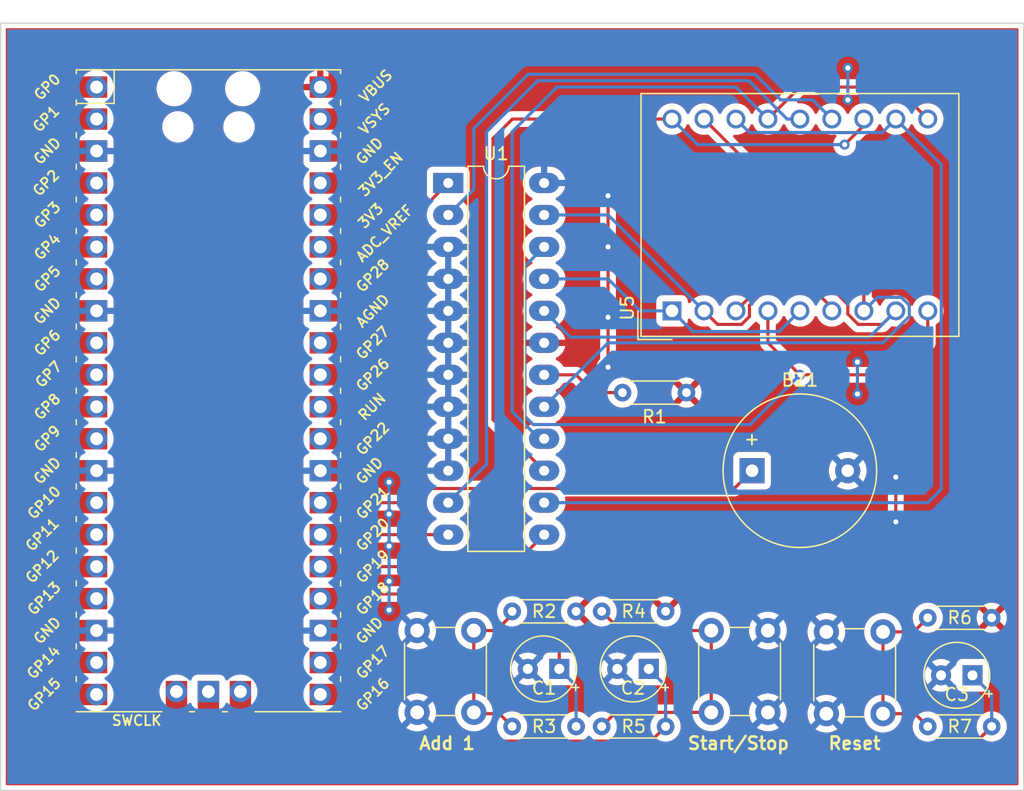
<source format=kicad_pcb>
(kicad_pcb (version 20221018) (generator pcbnew)
  (layers (0 "F.Cu" signal) (31 "B.Cu" signal) (34 "B.Paste" user) (35 "F.Paste" user) (36 "B.SilkS" user "B.Silkscreen") (37 "F.SilkS" user "F.Silkscreen") (38 "B.Mask" user) (39 "F.Mask" user) (44 "Edge.Cuts" user))
  (net 0 "")
  (net 1 "Net-(U1-SEG_E)")
  (net 2 "Net-(U1-SEG_D)")
  (net 3 "Net-(U1-SEG_C)")
  (net 4 "Net-(U1-SEG_DP)")
  (net 5 "Net-(U1-SEG_G)")
  (net 6 "Net-(U1-SEG_B)")
  (net 7 "Net-(U1-SEG_A)")
  (net 8 "Net-(U1-SEG_F)")
  (net 9 "Net-(U1-DIG_1)")
  (net 10 "Net-(U1-DIG_0)")
  (net 13 "GNDREF")
  (net 28 "+5V")
  (net 32 "Net-(U1-ISET)")
  (net 33 "Net-(BZ1--)")
  (net 34 "Add")
  (net 35 "Net-(R4-Pad2)")
  (net 36 "Start{slash}Stop")
  (net 37 "Net-(R6-Pad2)")
  (net 38 "Reset")
  (net 39 "Net-(Add1-Pad2)")
  (net 40 "D_In")
  (net 41 "Load")
  (net 42 "Clock")
  (net 50 "unconnected-(U3-GPIO28_ADC2-Pad34)")
  (footprint "Resistor_THT:R_Axial_DIN0204_L3.6mm_D1.6mm_P5.08mm_Horizontal" (layer "F.Cu") (at 160.398495 116.695 180)
    (fp_text reference "R4" (at 2.54 0) (layer "F.SilkS"))
    (fp_text value "100K")
    (fp_line (start 0.62 -0.92) (end 4.46 -0.92) (stroke (width 0.12)) (layer "F.SilkS"))
    (fp_line (start 0.62 0.92) (end 4.46 0.92) (stroke (width 0.12)) (layer "F.SilkS"))
    (pad "1" thru_hole circle (at 0 0 180) (size 1.4 1.4) (drill 0.7) (layers "*.Cu" "*.Mask") (net 28 "+5V"))
    (pad "2" thru_hole oval (at 5.08 0 180) (size 1.4 1.4) (drill 0.7) (layers "*.Cu" "*.Mask") (net 35 "Net-(R4-Pad2)"))
  )
  (footprint "Resistor_THT:R_Axial_DIN0204_L3.6mm_D1.6mm_P5.08mm_Horizontal" (layer "F.Cu") (at 153.286495 116.695 180)
    (fp_text reference "R2" (at 2.54 0) (layer "F.SilkS"))
    (fp_text value "100K")
    (fp_line (start 0.62 -0.92) (end 4.46 -0.92) (stroke (width 0.12)) (layer "F.SilkS"))
    (fp_line (start 0.62 0.92) (end 4.46 0.92) (stroke (width 0.12)) (layer "F.SilkS"))
    (pad "1" thru_hole circle (at 0 0 180) (size 1.4 1.4) (drill 0.7) (layers "*.Cu" "*.Mask") (net 28 "+5V"))
    (pad "2" thru_hole oval (at 5.08 0 180) (size 1.4 1.4) (drill 0.7) (layers "*.Cu" "*.Mask") (net 39 "Net-(Add1-Pad2)"))
  )
  (footprint "Resistor_THT:R_Axial_DIN0204_L3.6mm_D1.6mm_P5.08mm_Horizontal" (layer "F.Cu") (at 155.318495 125.839)
    (fp_text reference "R5" (at 2.54 0) (layer "F.SilkS"))
    (fp_text value "22K")
    (fp_line (start 0.62 -0.92) (end 4.46 -0.92) (stroke (width 0.12)) (layer "F.SilkS"))
    (fp_line (start 0.62 0.92) (end 4.46 0.92) (stroke (width 0.12)) (layer "F.SilkS"))
    (pad "1" thru_hole circle (at 0 0) (size 1.4 1.4) (drill 0.7) (layers "*.Cu" "*.Mask") (net 35 "Net-(R4-Pad2)"))
    (pad "2" thru_hole oval (at 5.08 0) (size 1.4 1.4) (drill 0.7) (layers "*.Cu" "*.Mask") (net 36 "Start{slash}Stop"))
  )
  (footprint "Resistor_THT:R_Axial_DIN0204_L3.6mm_D1.6mm_P5.08mm_Horizontal" (layer "F.Cu") (at 148.206495 125.839)
    (fp_text reference "R3" (at 2.54 0) (layer "F.SilkS"))
    (fp_text value "22K")
    (fp_line (start 0.62 -0.92) (end 4.46 -0.92) (stroke (width 0.12)) (layer "F.SilkS"))
    (fp_line (start 0.62 0.92) (end 4.46 0.92) (stroke (width 0.12)) (layer "F.SilkS"))
    (pad "1" thru_hole circle (at 0 0) (size 1.4 1.4) (drill 0.7) (layers "*.Cu" "*.Mask") (net 39 "Net-(Add1-Pad2)"))
    (pad "2" thru_hole oval (at 5.08 0) (size 1.4 1.4) (drill 0.7) (layers "*.Cu" "*.Mask") (net 34 "Add"))
  )
  (footprint "Capacitor_THT:CP_Radial_Tantal_D5.0mm_P2.50mm" (layer "F.Cu") (at 184.782495 121.775 180)
    (fp_text reference "C3" (at 1.25 -1.524) (layer "F.SilkS"))
    (fp_text value "1uf")
    (fp_line (start -1.554775 -1.475) (end -1.054775 -1.475) (stroke (width 0.12)) (layer "F.SilkS"))
    (fp_line (start -1.304775 -1.725) (end -1.304775 -1.225) (stroke (width 0.12)) (layer "F.SilkS"))
    (fp_circle (center 1.25 0) (end 3.87 0) (stroke (width 0.12)) (fill none) (layer "F.SilkS"))
    (pad "1" thru_hole rect (at 0 0 180) (size 1.6 1.6) (drill 0.8) (layers "*.Cu" "*.Mask") (net 38 "Reset"))
    (pad "2" thru_hole circle (at 2.5 0 180) (size 1.6 1.6) (drill 0.8) (layers "*.Cu" "*.Mask") (net 13 "GNDREF"))
  )
  (footprint "Capacitor_THT:CP_Radial_Tantal_D5.0mm_P2.50mm" (layer "F.Cu") (at 159.063608 121.267 180)
    (fp_text reference "C2" (at 1.25 -1.524) (layer "F.SilkS"))
    (fp_text value "1uf")
    (fp_line (start -1.554775 -1.475) (end -1.054775 -1.475) (stroke (width 0.12)) (layer "F.SilkS"))
    (fp_line (start -1.304775 -1.725) (end -1.304775 -1.225) (stroke (width 0.12)) (layer "F.SilkS"))
    (fp_circle (center 1.25 0) (end 3.87 0) (stroke (width 0.12)) (fill none) (layer "F.SilkS"))
    (pad "1" thru_hole rect (at 0 0 180) (size 1.6 1.6) (drill 0.8) (layers "*.Cu" "*.Mask") (net 36 "Start{slash}Stop"))
    (pad "2" thru_hole circle (at 2.5 0 180) (size 1.6 1.6) (drill 0.8) (layers "*.Cu" "*.Mask") (net 13 "GNDREF"))
  )
  (footprint "Display_7Segment:DA56-11SURKWA" (layer "F.Cu") (at 160.906495 92.819 90)
    (fp_text reference "U5" (at 0.23 -3.55 90) (layer "F.SilkS"))
    (fp_text value "DC56-11EWA")
    (fp_line (start -2.28 -2.71) (end -2.28 0) (stroke (width 0.12)) (layer "F.SilkS"))
    (fp_line (start -2.28 -2.71) (end 0 -2.71) (stroke (width 0.12)) (layer "F.SilkS"))
    (fp_line (start -2.025 -2.46) (end 17.265 -2.46) (stroke (width 0.12)) (layer "F.SilkS"))
    (fp_line (start -2.025 22.79) (end -2.025 -2.46) (stroke (width 0.12)) (layer "F.SilkS"))
    (fp_line (start 17.265 -2.46) (end 17.265 22.79) (stroke (width 0.12)) (layer "F.SilkS"))
    (fp_line (start 17.265 22.79) (end -2.025 22.79) (stroke (width 0.12)) (layer "F.SilkS"))
    (pad "1" thru_hole rect (at 0 0 90) (size 1.5 1.5) (drill 1) (layers "*.Cu" "*.Mask") (net 1 "Net-(U1-SEG_E)"))
    (pad "2" thru_hole circle (at 0 2.54 90) (size 1.5 1.5) (drill 1) (layers "*.Cu" "*.Mask") (net 2 "Net-(U1-SEG_D)"))
    (pad "3" thru_hole circle (at 0 5.08 90) (size 1.5 1.5) (drill 1) (layers "*.Cu" "*.Mask") (net 3 "Net-(U1-SEG_C)"))
    (pad "4" thru_hole circle (at 0 7.62 90) (size 1.5 1.5) (drill 1) (layers "*.Cu" "*.Mask") (net 4 "Net-(U1-SEG_DP)"))
    (pad "5" thru_hole circle (at 0 10.16 90) (size 1.5 1.5) (drill 1) (layers "*.Cu" "*.Mask") (net 1 "Net-(U1-SEG_E)"))
    (pad "6" thru_hole circle (at 0 12.7 90) (size 1.5 1.5) (drill 1) (layers "*.Cu" "*.Mask") (net 2 "Net-(U1-SEG_D)"))
    (pad "7" thru_hole circle (at 0 15.24 90) (size 1.5 1.5) (drill 1) (layers "*.Cu" "*.Mask") (net 5 "Net-(U1-SEG_G)"))
    (pad "8" thru_hole circle (at 0 17.78 90) (size 1.5 1.5) (drill 1) (layers "*.Cu" "*.Mask") (net 3 "Net-(U1-SEG_C)"))
    (pad "9" thru_hole circle (at 0 20.32 90) (size 1.5 1.5) (drill 1) (layers "*.Cu" "*.Mask") (net 4 "Net-(U1-SEG_DP)"))
    (pad "10" thru_hole circle (at 15.24 20.32 90) (size 1.5 1.5) (drill 1) (layers "*.Cu" "*.Mask") (net 6 "Net-(U1-SEG_B)"))
    (pad "11" thru_hole circle (at 15.24 17.78 90) (size 1.5 1.5) (drill 1) (layers "*.Cu" "*.Mask") (net 7 "Net-(U1-SEG_A)"))
    (pad "12" thru_hole circle (at 15.24 15.24 90) (size 1.5 1.5) (drill 1) (layers "*.Cu" "*.Mask") (net 8 "Net-(U1-SEG_F)"))
    (pad "13" thru_hole circle (at 15.24 12.7 90) (size 1.5 1.5) (drill 1) (layers "*.Cu" "*.Mask") (net 10 "Net-(U1-DIG_0)"))
    (pad "14" thru_hole circle (at 15.24 10.16 90) (size 1.5 1.5) (drill 1) (layers "*.Cu" "*.Mask") (net 9 "Net-(U1-DIG_1)"))
    (pad "15" thru_hole circle (at 15.24 7.62 90) (size 1.5 1.5) (drill 1) (layers "*.Cu" "*.Mask") (net 6 "Net-(U1-SEG_B)"))
    (pad "16" thru_hole circle (at 15.24 5.08 90) (size 1.5 1.5) (drill 1) (layers "*.Cu" "*.Mask") (net 7 "Net-(U1-SEG_A)"))
    (pad "17" thru_hole circle (at 15.24 2.54 90) (size 1.5 1.5) (drill 1) (layers "*.Cu" "*.Mask") (net 5 "Net-(U1-SEG_G)"))
    (pad "18" thru_hole circle (at 15.24 0 90) (size 1.5 1.5) (drill 1) (layers "*.Cu" "*.Mask") (net 8 "Net-(U1-SEG_F)"))
  )
  (footprint "Capacitor_THT:CP_Radial_Tantal_D5.0mm_P2.50mm" (layer "F.Cu") (at 151.951608 121.267 180)
    (fp_text reference "C1" (at 1.205113 -1.524) (layer "F.SilkS"))
    (fp_text value "1uf")
    (fp_line (start -1.554775 -1.475) (end -1.054775 -1.475) (stroke (width 0.12)) (layer "F.SilkS"))
    (fp_line (start -1.304775 -1.725) (end -1.304775 -1.225) (stroke (width 0.12)) (layer "F.SilkS"))
    (fp_circle (center 1.25 0) (end 3.87 0) (stroke (width 0.12)) (fill none) (layer "F.SilkS"))
    (pad "1" thru_hole rect (at 0 0 180) (size 1.6 1.6) (drill 0.8) (layers "*.Cu" "*.Mask") (net 34 "Add"))
    (pad "2" thru_hole circle (at 2.5 0 180) (size 1.6 1.6) (drill 0.8) (layers "*.Cu" "*.Mask") (net 13 "GNDREF"))
  )
  (footprint "Resistor_THT:R_Axial_DIN0204_L3.6mm_D1.6mm_P5.08mm_Horizontal" (layer "F.Cu") (at 186.306495 117.203 180)
    (fp_text reference "R6" (at 2.54 0) (layer "F.SilkS"))
    (fp_text value "100K")
    (fp_line (start 0.62 -0.92) (end 4.46 -0.92) (stroke (width 0.12)) (layer "F.SilkS"))
    (fp_line (start 0.62 0.92) (end 4.46 0.92) (stroke (width 0.12)) (layer "F.SilkS"))
    (pad "1" thru_hole circle (at 0 0 180) (size 1.4 1.4) (drill 0.7) (layers "*.Cu" "*.Mask") (net 28 "+5V"))
    (pad "2" thru_hole oval (at 5.08 0 180) (size 1.4 1.4) (drill 0.7) (layers "*.Cu" "*.Mask") (net 37 "Net-(R6-Pad2)"))
  )
  (footprint "Buzzer_Beeper:Buzzer_12x9.5RM7.6" (layer "F.Cu") (at 167.266495 105.519)
    (fp_text reference "BZ1" (at 3.8 -7.2) (layer "F.SilkS"))
    (fp_text value "Buzzer")
    (fp_text user "+" (at -0.01 -2.54) (layer "F.SilkS"))
    (fp_circle (center 3.8 0) (end 9.9 0) (stroke (width 0.12)) (fill none) (layer "F.SilkS"))
    (pad "1" thru_hole rect (at 0 0) (size 2 2) (drill 1) (layers "*.Cu" "*.Mask") (net 33 "Net-(BZ1--)"))
    (pad "2" thru_hole circle (at 7.6 0) (size 2 2) (drill 1) (layers "*.Cu" "*.Mask") (net 13 "GNDREF"))
  )
  (footprint "Button_Switch_THT:SW_PUSH_6mm_H8mm" (layer "F.Cu") (at 173.170495 124.823 90)
    (fp_text reference "Reset1" hide)
    (fp_text value "Reset" hide)
    (fp_line (start -0.25 1.5) (end -0.25 3) (stroke (width 0.12)) (layer "F.SilkS"))
    (fp_line (start 1 5.5) (end 5.5 5.5) (stroke (width 0.12)) (layer "F.SilkS"))
    (fp_line (start 5.5 -1) (end 1 -1) (stroke (width 0.12)) (layer "F.SilkS"))
    (fp_line (start 6.75 3) (end 6.75 1.5) (stroke (width 0.12)) (layer "F.SilkS"))
    (pad "1" thru_hole circle (at 0 0 180) (size 2 2) (drill 1.1) (layers "*.Cu" "*.Mask") (net 13 "GNDREF"))
    (pad "1" thru_hole circle (at 6.5 0 180) (size 2 2) (drill 1.1) (layers "*.Cu" "*.Mask") (net 13 "GNDREF"))
    (pad "2" thru_hole circle (at 0 4.5 180) (size 2 2) (drill 1.1) (layers "*.Cu" "*.Mask") (net 37 "Net-(R6-Pad2)"))
    (pad "2" thru_hole circle (at 6.5 4.5 180) (size 2 2) (drill 1.1) (layers "*.Cu" "*.Mask") (net 37 "Net-(R6-Pad2)"))
  )
  (footprint "Resistor_THT:R_Axial_DIN0204_L3.6mm_D1.6mm_P5.08mm_Horizontal" (layer "F.Cu") (at 162.052 99.314 180)
    (fp_text reference "R1" (at 2.54 -1.92) (layer "F.SilkS"))
    (fp_text value "15K")
    (fp_line (start 0.62 -0.92) (end 4.46 -0.92) (stroke (width 0.12)) (layer "F.SilkS"))
    (fp_line (start 0.62 0.92) (end 4.46 0.92) (stroke (width 0.12)) (layer "F.SilkS"))
    (pad "1" thru_hole circle (at 0 0 180) (size 1.4 1.4) (drill 0.7) (layers "*.Cu" "*.Mask") (net 28 "+5V"))
    (pad "2" thru_hole oval (at 5.08 0 180) (size 1.4 1.4) (drill 0.7) (layers "*.Cu" "*.Mask") (net 32 "Net-(U1-ISET)"))
  )
  (footprint "Button_Switch_THT:SW_PUSH_6mm_H8mm" (layer "F.Cu") (at 140.658495 124.719 90)
    (fp_text reference "Add1" hide)
    (fp_text value "Add" hide)
    (fp_line (start -0.25 1.5) (end -0.25 3) (stroke (width 0.12)) (layer "F.SilkS"))
    (fp_line (start 1 5.5) (end 5.5 5.5) (stroke (width 0.12)) (layer "F.SilkS"))
    (fp_line (start 5.5 -1) (end 1 -1) (stroke (width 0.12)) (layer "F.SilkS"))
    (fp_line (start 6.75 3) (end 6.75 1.5) (stroke (width 0.12)) (layer "F.SilkS"))
    (pad "1" thru_hole circle (at 0 0 180) (size 2 2) (drill 1.1) (layers "*.Cu" "*.Mask") (net 13 "GNDREF"))
    (pad "1" thru_hole circle (at 6.5 0 180) (size 2 2) (drill 1.1) (layers "*.Cu" "*.Mask") (net 13 "GNDREF"))
    (pad "2" thru_hole circle (at 0 4.5 180) (size 2 2) (drill 1.1) (layers "*.Cu" "*.Mask") (net 39 "Net-(Add1-Pad2)"))
    (pad "2" thru_hole circle (at 6.5 4.5 180) (size 2 2) (drill 1.1) (layers "*.Cu" "*.Mask") (net 39 "Net-(Add1-Pad2)"))
  )
  (footprint "MCU_RaspberryPi_and_Boards:RPi_Pico_SMD_TH" (layer "F.Cu") (at 124.076495 99.169)
    (fp_text reference "U3" hide)
    (fp_text value "Pico")
    (fp_text user "GP13" (at -13.054 16.51 45) (layer "F.SilkS") (effects (font (size 0.8 0.8))))
    (fp_text user "GP28" (at 13.054 -9.144 45) (layer "F.SilkS") (effects (font (size 0.8 0.8))))
    (fp_text user "GND" (at 12.8 6.35 45) (layer "F.SilkS") (effects (font (size 0.8 0.8))))
    (fp_text user "GND" (at -12.8 -19.05 45) (layer "F.SilkS") (effects (font (size 0.8 0.8))))
    (fp_text user "GND" (at -12.8 6.35 45) (layer "F.SilkS") (effects (font (size 0.8 0.8))))
    (fp_text user "GP26" (at 13.054 -1.27 45) (layer "F.SilkS") (effects (font (size 0.8 0.8))))
    (fp_text user "GP5" (at -12.8 -8.89 45) (layer "F.SilkS") (effects (font (size 0.8 0.8))))
    (fp_text user "GP15" (at -13.054 24.13 45) (layer "F.SilkS") (effects (font (size 0.8 0.8))))
    (fp_text user "GP4" (at -12.8 -11.43 45) (layer "F.SilkS") (effects (font (size 0.8 0.8))))
    (fp_text user "GP20" (at 13.054 11.43 45) (layer "F.SilkS") (effects (font (size 0.8 0.8))))
    (fp_text user "3V3_EN" (at 13.7 -17.2 45) (layer "F.SilkS") (effects (font (size 0.8 0.8))))
    (fp_text user "GP18" (at 13.054 16.51 45) (layer "F.SilkS") (effects (font (size 0.8 0.8))))
    (fp_text user "GP16" (at 13.054 24.13 45) (layer "F.SilkS") (effects (font (size 0.8 0.8))))
    (fp_text user "GP7" (at -12.7 -1.3 45) (layer "F.SilkS") (effects (font (size 0.8 0.8))))
    (fp_text user "AGND" (at 13.054 -6.35 45) (layer "F.SilkS") (effects (font (size 0.8 0.8))))
    (fp_text user "ADC_VREF" (at 14 -12.5 45) (layer "F.SilkS") (effects (font (size 0.8 0.8))))
    (fp_text user "GP3" (at -12.8 -13.97 45) (layer "F.SilkS") (effects (font (size 0.8 0.8))))
    (fp_text user "GND" (at 12.8 -19.05 45) (layer "F.SilkS") (effects (font (size 0.8 0.8))))
    (fp_text user "GND" (at 12.8 19.05 45) (layer "F.SilkS") (effects (font (size 0.8 0.8))))
    (fp_text user "GND" (at -12.8 -6.35 45) (layer "F.SilkS") (effects (font (size 0.8 0.8))))
    (fp_text user "GP2" (at -12.9 -16.51 45) (layer "F.SilkS") (effects (font (size 0.8 0.8))))
    (fp_text user "GP12" (at -13.2 13.97 45) (layer "F.SilkS") (effects (font (size 0.8 0.8))))
    (fp_text user "GP27" (at 13.054 -3.8 45) (layer "F.SilkS") (effects (font (size 0.8 0.8))))
    (fp_text user "GP22" (at 13.054 3.81 45) (layer "F.SilkS") (effects (font (size 0.8 0.8))))
    (fp_text user "GP21" (at 13.054 8.9 45) (layer "F.SilkS") (effects (font (size 0.8 0.8))))
    (fp_text user "GP8" (at -12.8 1.27 45) (layer "F.SilkS") (effects (font (size 0.8 0.8))))
    (fp_text user "GP17" (at 13.054 21.59 45) (layer "F.SilkS") (effects (font (size 0.8 0.8))))
    (fp_text user "GND" (at -12.8 19.05 45) (layer "F.SilkS") (effects (font (size 0.8 0.8))))
    (fp_text user "GP14" (at -13.1 21.59 45) (layer "F.SilkS") (effects (font (size 0.8 0.8))))
    (fp_text user "GP9" (at -12.8 3.81 45) (layer "F.SilkS") (effects (font (size 0.8 0.8))))
    (fp_text user "GP11" (at -13.2 11.43 45) (layer "F.SilkS") (effects (font (size 0.8 0.8))))
    (fp_text user "GP10" (at -13.054 8.89 45) (layer "F.SilkS") (effects (font (size 0.8 0.8))))
    (fp_text user "GP6" (at -12.8 -3.81 45) (layer "F.SilkS") (effects (font (size 0.8 0.8))))
    (fp_text user "3V3" (at 12.9 -13.9 45) (layer "F.SilkS") (effects (font (size 0.8 0.8))))
    (fp_text user "GP0" (at -12.8 -24.13 45) (layer "F.SilkS") (effects (font (size 0.8 0.8))))
    (fp_text user "VSYS" (at 13.2 -21.59 45) (layer "F.SilkS") (effects (font (size 0.8 0.8))))
    (fp_text user "RUN" (at 13 1.27 45) (layer "F.SilkS") (effects (font (size 0.8 0.8))))
    (fp_text user "SWCLK" (at -5.7 26.2) (layer "F.SilkS") (effects (font (size 0.8 0.8))))
    (fp_text user "GP1" (at -12.9 -21.6 45) (layer "F.SilkS") (effects (font (size 0.8 0.8))))
    (fp_text user "VBUS" (at 13.3 -24.2 45) (layer "F.SilkS") (effects (font (size 0.8 0.8))))
    (fp_text user "GP19" (at 13.054 13.97 45) (layer "F.SilkS") (effects (font (size 0.8 0.8))))
    (fp_line (start -10.5 -25.5) (end -10.5 -25.2) (stroke (width 0.12)) (layer "F.SilkS"))
    (fp_line (start -10.5 -25.5) (end 10.5 -25.5) (stroke (width 0.12)) (layer "F.SilkS"))
    (fp_line (start -10.5 -23.1) (end -10.5 -22.7) (stroke (width 0.12)) (layer "F.SilkS"))
    (fp_line (start -10.5 -22.833) (end -7.493 -22.833) (stroke (width 0.12)) (layer "F.SilkS"))
    (fp_line (start -10.5 -20.5) (end -10.5 -20.1) (stroke (width 0.12)) (layer "F.SilkS"))
    (fp_line (start -10.5 -18) (end -10.5 -17.6) (stroke (width 0.12)) (layer "F.SilkS"))
    (fp_line (start -10.5 -15.4) (end -10.5 -15) (stroke (width 0.12)) (layer "F.SilkS"))
    (fp_line (start -10.5 -12.9) (end -10.5 -12.5) (stroke (width 0.12)) (layer "F.SilkS"))
    (fp_line (start -10.5 -10.4) (end -10.5 -10) (stroke (width 0.12)) (layer "F.SilkS"))
    (fp_line (start -10.5 -7.8) (end -10.5 -7.4) (stroke (width 0.12)) (layer "F.SilkS"))
    (fp_line (start -10.5 -5.3) (end -10.5 -4.9) (stroke (width 0.12)) (layer "F.SilkS"))
    (fp_line (start -10.5 -2.7) (end -10.5 -2.3) (stroke (width 0.12)) (layer "F.SilkS"))
    (fp_line (start -10.5 -0.2) (end -10.5 0.2) (stroke (width 0.12)) (layer "F.SilkS"))
    (fp_line (start -10.5 2.3) (end -10.5 2.7) (stroke (width 0.12)) (layer "F.SilkS"))
    (fp_line (start -10.5 4.9) (end -10.5 5.3) (stroke (width 0.12)) (layer "F.SilkS"))
    (fp_line (start -10.5 7.4) (end -10.5 7.8) (stroke (width 0.12)) (layer "F.SilkS"))
    (fp_line (start -10.5 10) (end -10.5 10.4) (stroke (width 0.12)) (layer "F.SilkS"))
    (fp_line (start -10.5 12.5) (end -10.5 12.9) (stroke (width 0.12)) (layer "F.SilkS"))
    (fp_line (start -10.5 15.1) (end -10.5 15.5) (stroke (width 0.12)) (layer "F.SilkS"))
    (fp_line (start -10.5 17.6) (end -10.5 18) (stroke (width 0.12)) (layer "F.SilkS"))
    (fp_line (start -10.5 20.1) (end -10.5 20.5) (stroke (width 0.12)) (layer "F.SilkS"))
    (fp_line (start -10.5 22.7) (end -10.5 23.1) (stroke (width 0.12)) (layer "F.SilkS"))
    (fp_line (start -7.493 -22.833) (end -7.493 -25.5) (stroke (width 0.12)) (layer "F.SilkS"))
    (fp_line (start -3.7 25.5) (end -10.5 25.5) (stroke (width 0.12)) (layer "F.SilkS"))
    (fp_line (start -1.5 25.5) (end -1.1 25.5) (stroke (width 0.12)) (layer "F.SilkS"))
    (fp_line (start 1.1 25.5) (end 1.5 25.5) (stroke (width 0.12)) (layer "F.SilkS"))
    (fp_line (start 10.5 -25.5) (end 10.5 -25.2) (stroke (width 0.12)) (layer "F.SilkS"))
    (fp_line (start 10.5 -23.1) (end 10.5 -22.7) (stroke (width 0.12)) (layer "F.SilkS"))
    (fp_line (start 10.5 -20.5) (end 10.5 -20.1) (stroke (width 0.12)) (layer "F.SilkS"))
    (fp_line (start 10.5 -18) (end 10.5 -17.6) (stroke (width 0.12)) (layer "F.SilkS"))
    (fp_line (start 10.5 -15.4) (end 10.5 -15) (stroke (width 0.12)) (layer "F.SilkS"))
    (fp_line (start 10.5 -12.9) (end 10.5 -12.5) (stroke (width 0.12)) (layer "F.SilkS"))
    (fp_line (start 10.5 -10.4) (end 10.5 -10) (stroke (width 0.12)) (layer "F.SilkS"))
    (fp_line (start 10.5 -7.8) (end 10.5 -7.4) (stroke (width 0.12)) (layer "F.SilkS"))
    (fp_line (start 10.5 -5.3) (end 10.5 -4.9) (stroke (width 0.12)) (layer "F.SilkS"))
    (fp_line (start 10.5 -2.7) (end 10.5 -2.3) (stroke (width 0.12)) (layer "F.SilkS"))
    (fp_line (start 10.5 -0.2) (end 10.5 0.2) (stroke (width 0.12)) (layer "F.SilkS"))
    (fp_line (start 10.5 2.3) (end 10.5 2.7) (stroke (width 0.12)) (layer "F.SilkS"))
    (fp_line (start 10.5 4.9) (end 10.5 5.3) (stroke (width 0.12)) (layer "F.SilkS"))
    (fp_line (start 10.5 7.4) (end 10.5 7.8) (stroke (width 0.12)) (layer "F.SilkS"))
    (fp_line (start 10.5 10) (end 10.5 10.4) (stroke (width 0.12)) (layer "F.SilkS"))
    (fp_line (start 10.5 12.5) (end 10.5 12.9) (stroke (width 0.12)) (layer "F.SilkS"))
    (fp_line (start 10.5 15.1) (end 10.5 15.5) (stroke (width 0.12)) (layer "F.SilkS"))
    (fp_line (start 10.5 17.6) (end 10.5 18) (stroke (width 0.12)) (layer "F.SilkS"))
    (fp_line (start 10.5 20.1) (end 10.5 20.5) (stroke (width 0.12)) (layer "F.SilkS"))
    (fp_line (start 10.5 22.7) (end 10.5 23.1) (stroke (width 0.12)) (layer "F.SilkS"))
    (fp_line (start 10.5 25.5) (end 3.7 25.5) (stroke (width 0.12)) (layer "F.SilkS"))
    (pad "" np_thru_hole oval (at -2.725 -24) (size 1.8 1.8) (drill 1.8) (layers "*.Cu" "*.Mask"))
    (pad "" np_thru_hole oval (at -2.425 -20.97) (size 1.5 1.5) (drill 1.5) (layers "*.Cu" "*.Mask"))
    (pad "" np_thru_hole oval (at 2.425 -20.97) (size 1.5 1.5) (drill 1.5) (layers "*.Cu" "*.Mask"))
    (pad "" np_thru_hole oval (at 2.725 -24) (size 1.8 1.8) (drill 1.8) (layers "*.Cu" "*.Mask"))
    (pad "1" thru_hole oval (at -8.89 -24.13) (size 1.7 1.7) (drill 1.02) (layers "*.Cu" "*.Mask"))
    (pad "1" smd rect (at -8.89 -24.13) (size 3.5 1.7) (drill (offset -0.9 0)) (layers "F.Cu" "F.Mask"))
    (pad "2" thru_hole oval (at -8.89 -21.59) (size 1.7 1.7) (drill 1.02) (layers "*.Cu" "*.Mask"))
    (pad "2" smd rect (at -8.89 -21.59) (size 3.5 1.7) (drill (offset -0.9 0)) (layers "F.Cu" "F.Mask"))
    (pad "3" thru_hole rect (at -8.89 -19.05) (size 1.7 1.7) (drill 1.02) (layers "*.Cu" "*.Mask") (net 13 "GNDREF"))
    (pad "3" smd rect (at -8.89 -19.05) (size 3.5 1.7) (drill (offset -0.9 0)) (layers "F.Cu" "F.Mask") (net 13 "GNDREF"))
    (pad "4" thru_hole oval (at -8.89 -16.51) (size 1.7 1.7) (drill 1.02) (layers "*.Cu" "*.Mask"))
    (pad "4" smd rect (at -8.89 -16.51) (size 3.5 1.7) (drill (offset -0.9 0)) (layers "F.Cu" "F.Mask"))
    (pad "5" thru_hole oval (at -8.89 -13.97) (size 1.7 1.7) (drill 1.02) (layers "*.Cu" "*.Mask"))
    (pad "5" smd rect (at -8.89 -13.97) (size 3.5 1.7) (drill (offset -0.9 0)) (layers "F.Cu" "F.Mask"))
    (pad "6" thru_hole oval (at -8.89 -11.43) (size 1.7 1.7) (drill 1.02) (layers "*.Cu" "*.Mask"))
    (pad "6" smd rect (at -8.89 -11.43) (size 3.5 1.7) (drill (offset -0.9 0)) (layers "F.Cu" "F.Mask"))
    (pad "7" thru_hole oval (at -8.89 -8.89) (size 1.7 1.7) (drill 1.02) (layers "*.Cu" "*.Mask"))
    (pad "7" smd rect (at -8.89 -8.89) (size 3.5 1.7) (drill (offset -0.9 0)) (layers "F.Cu" "F.Mask"))
    (pad "8" thru_hole rect (at -8.89 -6.35) (size 1.7 1.7) (drill 1.02) (layers "*.Cu" "*.Mask") (net 13 "GNDREF"))
    (pad "8" smd rect (at -8.89 -6.35) (size 3.5 1.7) (drill (offset -0.9 0)) (layers "F.Cu" "F.Mask") (net 13 "GNDREF"))
    (pad "9" thru_hole oval (at -8.89 -3.81) (size 1.7 1.7) (drill 1.02) (layers "*.Cu" "*.Mask"))
    (pad "9" smd rect (at -8.89 -3.81) (size 3.5 1.7) (drill (offset -0.9 0)) (layers "F.Cu" "F.Mask"))
    (pad "10" thru_hole oval (at -8.89 -1.27) (size 1.7 1.7) (drill 1.02) (layers "*.Cu" "*.Mask"))
    (pad "10" smd rect (at -8.89 -1.27) (size 3.5 1.7) (drill (offset -0.9 0)) (layers "F.Cu" "F.Mask"))
    (pad "11" thru_hole oval (at -8.89 1.27) (size 1.7 1.7) (drill 1.02) (layers "*.Cu" "*.Mask"))
    (pad "11" smd rect (at -8.89 1.27) (size 3.5 1.7) (drill (offset -0.9 0)) (layers "F.Cu" "F.Mask"))
    (pad "12" thru_hole oval (at -8.89 3.81) (size 1.7 1.7) (drill 1.02) (layers "*.Cu" "*.Mask"))
    (pad "12" smd rect (at -8.89 3.81) (size 3.5 1.7) (drill (offset -0.9 0)) (layers "F.Cu" "F.Mask"))
    (pad "13" thru_hole rect (at -8.89 6.35) (size 1.7 1.7) (drill 1.02) (layers "*.Cu" "*.Mask") (net 13 "GNDREF"))
    (pad "13" smd rect (at -8.89 6.35) (size 3.5 1.7) (drill (offset -0.9 0)) (layers "F.Cu" "F.Mask") (net 13 "GNDREF"))
    (pad "14" thru_hole oval (at -8.89 8.89) (size 1.7 1.7) (drill 1.02) (layers "*.Cu" "*.Mask"))
    (pad "14" smd rect (at -8.89 8.89) (size 3.5 1.7) (drill (offset -0.9 0)) (layers "F.Cu" "F.Mask"))
    (pad "15" thru_hole oval (at -8.89 11.43) (size 1.7 1.7) (drill 1.02) (layers "*.Cu" "*.Mask"))
    (pad "15" smd rect (at -8.89 11.43) (size 3.5 1.7) (drill (offset -0.9 0)) (layers "F.Cu" "F.Mask"))
    (pad "16" thru_hole oval (at -8.89 13.97) (size 1.7 1.7) (drill 1.02) (layers "*.Cu" "*.Mask"))
    (pad "16" smd rect (at -8.89 13.97) (size 3.5 1.7) (drill (offset -0.9 0)) (layers "F.Cu" "F.Mask"))
    (pad "17" thru_hole oval (at -8.89 16.51) (size 1.7 1.7) (drill 1.02) (layers "*.Cu" "*.Mask"))
    (pad "17" smd rect (at -8.89 16.51) (size 3.5 1.7) (drill (offset -0.9 0)) (layers "F.Cu" "F.Mask"))
    (pad "18" thru_hole rect (at -8.89 19.05) (size 1.7 1.7) (drill 1.02) (layers "*.Cu" "*.Mask") (net 13 "GNDREF"))
    (pad "18" smd rect (at -8.89 19.05) (size 3.5 1.7) (drill (offset -0.9 0)) (layers "F.Cu" "F.Mask") (net 13 "GNDREF"))
    (pad "19" thru_hole oval (at -8.89 21.59) (size 1.7 1.7) (drill 1.02) (layers "*.Cu" "*.Mask"))
    (pad "19" smd rect (at -8.89 21.59) (size 3.5 1.7) (drill (offset -0.9 0)) (layers "F.Cu" "F.Mask"))
    (pad "20" thru_hole oval (at -8.89 24.13) (size 1.7 1.7) (drill 1.02) (layers "*.Cu" "*.Mask"))
    (pad "20" smd rect (at -8.89 24.13) (size 3.5 1.7) (drill (offset -0.9 0)) (layers "F.Cu" "F.Mask"))
    (pad "21" thru_hole oval (at 8.89 24.13) (size 1.7 1.7) (drill 1.02) (layers "*.Cu" "*.Mask") (net 38 "Reset"))
    (pad "21" smd rect (at 8.89 24.13) (size 3.5 1.7) (drill (offset 0.9 0)) (layers "F.Cu" "F.Mask") (net 38 "Reset"))
    (pad "22" thru_hole oval (at 8.89 21.59) (size 1.7 1.7) (drill 1.02) (layers "*.Cu" "*.Mask") (net 36 "Start{slash}Stop"))
    (pad "22" smd rect (at 8.89 21.59) (size 3.5 1.7) (drill (offset 0.9 0)) (layers "F.Cu" "F.Mask") (net 36 "Start{slash}Stop"))
    (pad "23" thru_hole rect (at 8.89 19.05) (size 1.7 1.7) (drill 1.02) (layers "*.Cu" "*.Mask") (net 13 "GNDREF"))
    (pad "23" smd rect (at 8.89 19.05) (size 3.5 1.7) (drill (offset 0.9 0)) (layers "F.Cu" "F.Mask") (net 13 "GNDREF"))
    (pad "24" thru_hole oval (at 8.89 16.51) (size 1.7 1.7) (drill 1.02) (layers "*.Cu" "*.Mask") (net 34 "Add"))
    (pad "24" smd rect (at 8.89 16.51) (size 3.5 1.7) (drill (offset 0.9 0)) (layers "F.Cu" "F.Mask") (net 34 "Add"))
    (pad "25" thru_hole oval (at 8.89 13.97) (size 1.7 1.7) (drill 1.02) (layers "*.Cu" "*.Mask") (net 42 "Clock"))
    (pad "25" smd rect (at 8.89 13.97) (size 3.5 1.7) (drill (offset 0.9 0)) (layers "F.Cu" "F.Mask") (net 42 "Clock"))
    (pad "26" thru_hole oval (at 8.89 11.43) (size 1.7 1.7) (drill 1.02) (layers "*.Cu" "*.Mask") (net 41 "Load"))
    (pad "26" smd rect (at 8.89 11.43) (size 3.5 1.7) (drill (offset 0.9 0)) (layers "F.Cu" "F.Mask") (net 41 "Load"))
    (pad "27" thru_hole oval (at 8.89 8.89) (size 1.7 1.7) (drill 1.02) (layers "*.Cu" "*.Mask") (net 33 "Net-(BZ1--)"))
    (pad "27" smd rect (at 8.89 8.89) (size 3.5 1.7) (drill (offset 0.9 0)) (layers "F.Cu" "F.Mask") (net 33 "Net-(BZ1--)"))
    (pad "28" thru_hole rect (at 8.89 6.35) (size 1.7 1.7) (drill 1.02) (layers "*.Cu" "*.Mask") (net 13 "GNDREF"))
    (pad "28" smd rect (at 8.89 6.35) (size 3.5 1.7) (drill (offset 0.9 0)) (layers "F.Cu" "F.Mask") (net 13 "GNDREF"))
    (pad "29" thru_hole oval (at 8.89 3.81) (size 1.7 1.7) (drill 1.02) (layers "*.Cu" "*.Mask") (net 40 "D_In"))
    (pad "29" smd rect (at 8.89 3.81) (size 3.5 1.7) (drill (offset 0.9 0)) (layers "F.Cu" "F.Mask") (net 40 "D_In"))
    (pad "30" thru_hole oval (at 8.89 1.27) (size 1.7 1.7) (drill 1.02) (layers "*.Cu" "*.Mask"))
    (pad "30" smd rect (at 8.89 1.27) (size 3.5 1.7) (drill (offset 0.9 0)) (layers "F.Cu" "F.Mask"))
    (pad "31" thru_hole oval (at 8.89 -1.27) (size 1.7 1.7) (drill 1.02) (layers "*.Cu" "*.Mask"))
    (pad "31" smd rect (at 8.89 -1.27) (size 3.5 1.7) (drill (offset 0.9 0)) (layers "F.Cu" "F.Mask"))
    (pad "32" thru_hole oval (at 8.89 -3.81) (size 1.7 1.7) (drill 1.02) (layers "*.Cu" "*.Mask"))
    (pad "32" smd rect (at 8.89 -3.81) (size 3.5 1.7) (drill (offset 0.9 0)) (layers "F.Cu" "F.Mask"))
    (pad "33" thru_hole rect (at 8.89 -6.35) (size 1.7 1.7) (drill 1.02) (layers "*.Cu" "*.Mask") (net 13 "GNDREF"))
    (pad "33" smd rect (at 8.89 -6.35) (size 3.5 1.7) (drill (offset 0.9 0)) (layers "F.Cu" "F.Mask") (net 13 "GNDREF"))
    (pad "34" thru_hole oval (at 8.89 -8.89) (size 1.7 1.7) (drill 1.02) (layers "*.Cu" "*.Mask") (net 50 "unconnected-(U3-GPIO28_ADC2-Pad34)"))
    (pad "34" smd rect (at 8.89 -8.89) (size 3.5 1.7) (drill (offset 0.9 0)) (layers "F.Cu" "F.Mask") (net 50 "unconnected-(U3-GPIO28_ADC2-Pad34)"))
    (pad "35" thru_hole oval (at 8.89 -11.43) (size 1.7 1.7) (drill 1.02) (layers "*.Cu" "*.Mask"))
    (pad "35" smd rect (at 8.89 -11.43) (size 3.5 1.7) (drill (offset 0.9 0)) (layers "F.Cu" "F.Mask"))
    (pad "36" thru_hole oval (at 8.89 -13.97) (size 1.7 1.7) (drill 1.02) (layers "*.Cu" "*.Mask"))
    (pad "36" smd rect (at 8.89 -13.97) (size 3.5 1.7) (drill (offset 0.9 0)) (layers "F.Cu" "F.Mask"))
    (pad "37" thru_hole oval (at 8.89 -16.51) (size 1.7 1.7) (drill 1.02) (layers "*.Cu" "*.Mask"))
    (pad "37" smd rect (at 8.89 -16.51) (size 3.5 1.7) (drill (offset 0.9 0)) (layers "F.Cu" "F.Mask"))
    (pad "38" thru_hole rect (at 8.89 -19.05) (size 1.7 1.7) (drill 1.02) (layers "*.Cu" "*.Mask") (net 13 "GNDREF"))
    (pad "38" smd rect (at 8.89 -19.05) (size 3.5 1.7) (drill (offset 0.9 0)) (layers "F.Cu" "F.Mask") (net 13 "GNDREF"))
    (pad "39" thru_hole oval (at 8.89 -21.59) (size 1.7 1.7) (drill 1.02) (layers "*.Cu" "*.Mask"))
    (pad "39" smd rect (at 8.89 -21.59) (size 3.5 1.7) (drill (offset 0.9 0)) (layers "F.Cu" "F.Mask"))
    (pad "40" thru_hole oval (at 8.89 -24.13) (size 1.7 1.7) (drill 1.02) (layers "*.Cu" "*.Mask") (net 28 "+5V"))
    (pad "40" smd rect (at 8.89 -24.13) (size 3.5 1.7) (drill (offset 0.9 0)) (layers "F.Cu" "F.Mask") (net 28 "+5V"))
    (pad "41" thru_hole oval (at -2.54 23.9) (size 1.7 1.7) (drill 1.02) (layers "*.Cu" "*.Mask"))
    (pad "41" smd rect (at -2.54 23.9 90) (size 3.5 1.7) (drill (offset -0.9 0)) (layers "F.Cu" "F.Mask"))
    (pad "42" thru_hole rect (at 0 23.9) (size 1.7 1.7) (drill 1.02) (layers "*.Cu" "*.Mask"))
    (pad "42" smd rect (at 0 23.9 90) (size 3.5 1.7) (drill (offset -0.9 0)) (layers "F.Cu" "F.Mask"))
    (pad "43" thru_hole oval (at 2.54 23.9) (size 1.7 1.7) (drill 1.02) (layers "*.Cu" "*.Mask"))
    (pad "43" smd rect (at 2.54 23.9 90) (size 3.5 1.7) (drill (offset -0.9 0)) (layers "F.Cu" "F.Mask"))
  )
  (footprint "Package_DIP:DIP-24_W7.62mm_LongPads" (layer "F.Cu") (at 143.126495 82.659)
    (fp_text reference "U1" (at 3.81 -2.33) (layer "F.SilkS"))
    (fp_text value "MAX7219")
    (fp_line (start 1.56 -1.33) (end 1.56 29.27) (stroke (width 0.12)) (layer "F.SilkS"))
    (fp_line (start 1.56 29.27) (end 6.06 29.27) (stroke (width 0.12)) (layer "F.SilkS"))
    (fp_line (start 2.81 -1.33) (end 1.56 -1.33) (stroke (width 0.12)) (layer "F.SilkS"))
    (fp_line (start 6.06 -1.33) (end 4.81 -1.33) (stroke (width 0.12)) (layer "F.SilkS"))
    (fp_line (start 6.06 29.27) (end 6.06 -1.33) (stroke (width 0.12)) (layer "F.SilkS"))
    (fp_arc (start 4.81 -1.33) (mid 3.81 -0.33) (end 2.81 -1.33) (stroke (width 0.12)) (layer "F.SilkS"))
    (pad "1" thru_hole rect (at 0 0) (size 2.4 1.6) (drill 0.8) (layers "*.Cu" "*.Mask") (net 40 "D_In"))
    (pad "2" thru_hole oval (at 0 2.54) (size 2.4 1.6) (drill 0.8) (layers "*.Cu" "*.Mask") (net 10 "Net-(U1-DIG_0)"))
    (pad "3" thru_hole oval (at 0 5.08) (size 2.4 1.6) (drill 0.8) (layers "*.Cu" "*.Mask") (net 13 "GNDREF"))
    (pad "4" thru_hole oval (at 0 7.62) (size 2.4 1.6) (drill 0.8) (layers "*.Cu" "*.Mask") (net 13 "GNDREF"))
    (pad "5" thru_hole oval (at 0 10.16) (size 2.4 1.6) (drill 0.8) (layers "*.Cu" "*.Mask") (net 13 "GNDREF"))
    (pad "6" thru_hole oval (at 0 12.7) (size 2.4 1.6) (drill 0.8) (layers "*.Cu" "*.Mask") (net 13 "GNDREF"))
    (pad "7" thru_hole oval (at 0 15.24) (size 2.4 1.6) (drill 0.8) (layers "*.Cu" "*.Mask") (net 13 "GNDREF"))
    (pad "8" thru_hole oval (at 0 17.78) (size 2.4 1.6) (drill 0.8) (layers "*.Cu" "*.Mask") (net 13 "GNDREF"))
    (pad "9" thru_hole oval (at 0 20.32) (size 2.4 1.6) (drill 0.8) (layers "*.Cu" "*.Mask") (net 13 "GNDREF"))
    (pad "10" thru_hole oval (at 0 22.86) (size 2.4 1.6) (drill 0.8) (layers "*.Cu" "*.Mask") (net 13 "GNDREF"))
    (pad "11" thru_hole oval (at 0 25.4) (size 2.4 1.6) (drill 0.8) (layers "*.Cu" "*.Mask") (net 9 "Net-(U1-DIG_1)"))
    (pad "12" thru_hole oval (at 0 27.94) (size 2.4 1.6) (drill 0.8) (layers "*.Cu" "*.Mask") (net 41 "Load"))
    (pad "13" thru_hole oval (at 7.62 27.94) (size 2.4 1.6) (drill 0.8) (layers "*.Cu" "*.Mask") (net 42 "Clock"))
    (pad "14" thru_hole oval (at 7.62 25.4) (size 2.4 1.6) (drill 0.8) (layers "*.Cu" "*.Mask") (net 7 "Net-(U1-SEG_A)"))
    (pad "15" thru_hole oval (at 7.62 22.86) (size 2.4 1.6) (drill 0.8) (layers "*.Cu" "*.Mask") (net 8 "Net-(U1-SEG_F)"))
    (pad "16" thru_hole oval (at 7.62 20.32) (size 2.4 1.6) (drill 0.8) (layers "*.Cu" "*.Mask") (net 6 "Net-(U1-SEG_B)"))
    (pad "17" thru_hole oval (at 7.62 17.78) (size 2.4 1.6) (drill 0.8) (layers "*.Cu" "*.Mask") (net 5 "Net-(U1-SEG_G)"))
    (pad "18" thru_hole oval (at 7.62 15.24) (size 2.4 1.6) (drill 0.8) (layers "*.Cu" "*.Mask") (net 32 "Net-(U1-ISET)"))
    (pad "19" thru_hole oval (at 7.62 12.7) (size 2.4 1.6) (drill 0.8) (layers "*.Cu" "*.Mask") (net 28 "+5V"))
    (pad "20" thru_hole oval (at 7.62 10.16) (size 2.4 1.6) (drill 0.8) (layers "*.Cu" "*.Mask") (net 3 "Net-(U1-SEG_C)"))
    (pad "21" thru_hole oval (at 7.62 7.62) (size 2.4 1.6) (drill 0.8) (layers "*.Cu" "*.Mask") (net 1 "Net-(U1-SEG_E)"))
    (pad "22" thru_hole oval (at 7.62 5.08) (size 2.4 1.6) (drill 0.8) (layers "*.Cu" "*.Mask") (net 4 "Net-(U1-SEG_DP)"))
    (pad "23" thru_hole oval (at 7.62 2.54) (size 2.4 1.6) (drill 0.8) (layers "*.Cu" "*.Mask") (net 2 "Net-(U1-SEG_D)"))
    (pad "24" thru_hole oval (at 7.62 0) (size 2.4 1.6) (drill 0.8) (layers "*.Cu" "*.Mask") (net 13 "GNDREF"))
  )
  (footprint "Button_Switch_THT:SW_PUSH_6mm_H8mm" (layer "F.Cu") (at 168.526495 118.219 -90)
    (fp_text reference "Start/Stop1" hide)
    (fp_text value "Start/Stop" hide)
    (fp_line (start -0.25 1.5) (end -0.25 3) (stroke (width 0.12)) (layer "F.SilkS"))
    (fp_line (start 1 5.5) (end 5.5 5.5) (stroke (width 0.12)) (layer "F.SilkS"))
    (fp_line (start 5.5 -1) (end 1 -1) (stroke (width 0.12)) (layer "F.SilkS"))
    (fp_line (start 6.75 3) (end 6.75 1.5) (stroke (width 0.12)) (layer "F.SilkS"))
    (pad "1" thru_hole circle (at 0 0) (size 2 2) (drill 1.1) (layers "*.Cu" "*.Mask") (net 13 "GNDREF"))
    (pad "1" thru_hole circle (at 6.5 0) (size 2 2) (drill 1.1) (layers "*.Cu" "*.Mask") (net 13 "GNDREF"))
    (pad "2" thru_hole circle (at 0 4.5) (size 2 2) (drill 1.1) (layers "*.Cu" "*.Mask") (net 35 "Net-(R4-Pad2)"))
    (pad "2" thru_hole circle (at 6.5 4.5) (size 2 2) (drill 1.1) (layers "*.Cu" "*.Mask") (net 35 "Net-(R4-Pad2)"))
  )
  (footprint "Resistor_THT:R_Axial_DIN0204_L3.6mm_D1.6mm_P5.08mm_Horizontal" (layer "F.Cu") (at 181.226495 125.839)
    (fp_text reference "R7" (at 2.54 0) (layer "F.SilkS"))
    (fp_text value "22K")
    (fp_line (start 0.62 -0.92) (end 4.46 -0.92) (stroke (width 0.12)) (layer "F.SilkS"))
    (fp_line (start 0.62 0.92) (end 4.46 0.92) (stroke (width 0.12)) (layer "F.SilkS"))
    (pad "1" thru_hole circle (at 0 0) (size 1.4 1.4) (drill 0.7) (layers "*.Cu" "*.Mask") (net 37 "Net-(R6-Pad2)"))
    (pad "2" thru_hole oval (at 5.08 0) (size 1.4 1.4) (drill 0.7) (layers "*.Cu" "*.Mask") (net 38 "Reset"))
  )
  (gr_rect (start 108.074495 70.467) (end 188.338495 130.411) (stroke (width 0.2)) (fill none) (layer "F.Cu"))
  (gr_rect (start 107.566495 69.959) (end 188.846495 130.919) (stroke (width 0.1)) (fill none) (layer "Edge.Cuts"))
  (gr_text "Add 1\n" (at 140.716 127.762) (layer "F.SilkS") (effects (font (size 1 1) (thickness 0.2) bold) (justify left bottom)))
  (gr_text "Reset" (at 173.228 127.762) (layer "F.SilkS") (effects (font (size 1 1) (thickness 0.2) bold) (justify left bottom)))
  (gr_text "Start/Stop" (at 162.052 127.762) (layer "F.SilkS") (effects (font (size 1 1) (thickness 0.2)) (justify left bottom)))
  (segment (start 155.826495 90.279) (end 150.746495 90.279) (width 0.25) (layer "B.Cu") (net 1))
  (segment (start 162.546495 94.459) (end 160.906495 92.819) (width 0.25) (layer "B.Cu") (net 1))
  (segment (start 169.426495 94.459) (end 162.546495 94.459) (width 0.25) (layer "B.Cu") (net 1))
  (segment (start 158.366495 92.819) (end 155.826495 90.279) (width 0.25) (layer "B.Cu") (net 1))
  (segment (start 171.066495 92.819) (end 169.426495 94.459) (width 0.25) (layer "B.Cu") (net 1))
  (segment (start 160.906495 92.819) (end 158.366495 92.819) (width 0.25) (layer "B.Cu") (net 1))
  (segment (start 167.061495 92.380396) (end 167.061495 93.26428) (width 0.25) (layer "F.Cu") (net 2))
  (segment (start 172.336495 91.295) (end 173.606495 92.565) (width 0.25) (layer "F.Cu") (net 2))
  (segment (start 172.336495 91.295) (end 168.146891 91.295) (width 0.25) (layer "F.Cu") (net 2))
  (segment (start 173.606495 92.819) (end 173.352495 92.565) (width 0.25) (layer "F.Cu") (net 2))
  (segment (start 173.606495 92.565) (end 173.606495 92.819) (width 0.25) (layer "F.Cu") (net 2))
  (segment (start 166.431775 93.894) (end 164.521495 93.894) (width 0.25) (layer "F.Cu") (net 2))
  (segment (start 168.146891 91.295) (end 167.061495 92.380396) (width 0.25) (layer "F.Cu") (net 2))
  (segment (start 164.521495 93.894) (end 163.446495 92.819) (width 0.25) (layer "F.Cu") (net 2))
  (segment (start 167.061495 93.26428) (end 166.431775 93.894) (width 0.25) (layer "F.Cu") (net 2))
  (segment (start 155.826495 85.199) (end 150.746495 85.199) (width 0.25) (layer "B.Cu") (net 2))
  (segment (start 163.446495 92.819) (end 155.826495 85.199) (width 0.25) (layer "B.Cu") (net 2))
  (segment (start 168.018495 90.787) (end 173.352495 90.787) (width 0.25) (layer "F.Cu") (net 3))
  (segment (start 174.876495 92.311) (end 174.876495 93.06928) (width 0.25) (layer "F.Cu") (net 3))
  (segment (start 165.986495 92.819) (end 168.018495 90.787) (width 0.25) (layer "F.Cu") (net 3))
  (segment (start 177.611495 93.894) (end 178.686495 92.819) (width 0.25) (layer "F.Cu") (net 3))
  (segment (start 173.352495 90.787) (end 174.876495 92.311) (width 0.25) (layer "F.Cu") (net 3))
  (segment (start 174.876495 93.06928) (end 175.701215 93.894) (width 0.25) (layer "F.Cu") (net 3))
  (segment (start 175.701215 93.894) (end 177.611495 93.894) (width 0.25) (layer "F.Cu") (net 3))
  (segment (start 176.596495 94.909) (end 152.836495 94.909) (width 0.25) (layer "B.Cu") (net 3))
  (segment (start 152.836495 94.909) (end 150.746495 92.819) (width 0.25) (layer "B.Cu") (net 3))
  (segment (start 178.686495 92.819) (end 176.596495 94.909) (width 0.25) (layer "B.Cu") (net 3))
  (segment (start 181.226495 92.819) (end 181.226495 95.359) (width 0.25) (layer "F.Cu") (net 4))
  (segment (start 178.686495 97.899) (end 171.066495 97.899) (width 0.25) (layer "F.Cu") (net 4))
  (segment (start 171.066495 97.899) (end 168.526495 95.359) (width 0.25) (layer "F.Cu") (net 4))
  (segment (start 181.226495 95.359) (end 178.686495 97.899) (width 0.25) (layer "F.Cu") (net 4))
  (segment (start 168.526495 95.359) (end 168.526495 92.819) (width 0.25) (layer "F.Cu") (net 4))
  (via (at 171.066495 97.899) (size 0.8) (drill 0.4) (layers "F.Cu" "B.Cu") (net 4))
  (segment (start 149.880505 101.854) (end 167.111495 101.854) (width 0.25) (layer "B.Cu") (net 4))
  (segment (start 149.221495 89.264) (end 149.221495 101.19499) (width 0.25) (layer "B.Cu") (net 4))
  (segment (start 167.111495 101.854) (end 171.066495 97.899) (width 0.25) (layer "B.Cu") (net 4))
  (segment (start 150.746495 87.739) (end 149.221495 89.264) (width 0.25) (layer "B.Cu") (net 4))
  (segment (start 149.221495 101.19499) (end 149.880505 101.854) (width 0.25) (layer "B.Cu") (net 4))
  (segment (start 163.446495 77.579) (end 176.146495 90.279) (width 0.25) (layer "F.Cu") (net 5))
  (segment (start 176.146495 90.279) (end 176.146495 92.819) (width 0.25) (layer "F.Cu") (net 5))
  (segment (start 179.131775 91.744) (end 179.761495 92.37372) (width 0.25) (layer "B.Cu") (net 5))
  (segment (start 176.146495 92.819) (end 177.221495 91.744) (width 0.25) (layer "B.Cu") (net 5))
  (segment (start 179.761495 92.37372) (end 179.761495 93.26428) (width 0.25) (layer "B.Cu") (net 5))
  (segment (start 177.666775 95.359) (end 155.826495 95.359) (width 0.25) (layer "B.Cu") (net 5))
  (segment (start 155.826495 95.359) (end 150.746495 100.439) (width 0.25) (layer "B.Cu") (net 5))
  (segment (start 177.221495 91.744) (end 179.131775 91.744) (width 0.25) (layer "B.Cu") (net 5))
  (segment (start 179.761495 93.26428) (end 177.666775 95.359) (width 0.25) (layer "B.Cu") (net 5))
  (segment (start 178.686495 75.039) (end 180.210495 76.563) (width 0.25) (layer "F.Cu") (net 6))
  (segment (start 168.526495 77.579) (end 171.066495 75.039) (width 0.25) (layer "F.Cu") (net 6))
  (segment (start 171.066495 75.039) (end 178.686495 75.039) (width 0.25) (layer "F.Cu") (net 6))
  (segment (start 180.151495 76.504) (end 181.226495 77.579) (width 0.25) (layer "F.Cu") (net 6))
  (segment (start 150.369109 102.979) (end 148.206495 100.816386) (width 0.25) (layer "B.Cu") (net 6))
  (segment (start 150.746495 102.979) (end 150.369109 102.979) (width 0.25) (layer "B.Cu") (net 6))
  (segment (start 148.206495 100.816386) (end 148.206495 78.595) (width 0.25) (layer "B.Cu") (net 6))
  (segment (start 165.986495 75.039) (end 168.526495 77.579) (width 0.25) (layer "B.Cu") (net 6))
  (segment (start 148.206495 78.595) (end 151.762495 75.039) (width 0.25) (layer "B.Cu") (net 6))
  (segment (start 151.762495 75.039) (end 165.986495 75.039) (width 0.25) (layer "B.Cu") (net 6))
  (segment (start 167.061495 78.654) (end 177.611495 78.654) (width 0.25) (layer "B.Cu") (net 7))
  (segment (start 182.301495 106.984) (end 181.226495 108.059) (width 0.25) (layer "B.Cu") (net 7))
  (segment (start 181.226495 108.059) (end 150.746495 108.059) (width 0.25) (layer "B.Cu") (net 7))
  (segment (start 165.986495 77.579) (end 167.061495 78.654) (width 0.25) (layer "B.Cu") (net 7))
  (segment (start 177.611495 78.654) (end 178.686495 77.579) (width 0.25) (layer "B.Cu") (net 7))
  (segment (start 178.686495 77.579) (end 182.301495 81.194) (width 0.25) (layer "B.Cu") (net 7))
  (segment (start 182.301495 81.194) (end 182.301495 106.984) (width 0.25) (layer "B.Cu") (net 7))
  (segment (start 146.682495 79.123505) (end 148.227 77.579) (width 0.25) (layer "F.Cu") (net 8))
  (segment (start 150.746495 105.519) (end 146.682495 101.455) (width 0.25) (layer "F.Cu") (net 8))
  (segment (start 174.622495 79.611) (end 176.146495 78.087) (width 0.25) (layer "F.Cu") (net 8))
  (segment (start 148.227 77.579) (end 160.906495 77.579) (width 0.25) (layer "F.Cu") (net 8))
  (segment (start 146.682495 101.455) (end 146.682495 79.123505) (width 0.25) (layer "F.Cu") (net 8))
  (via (at 174.622495 79.611) (size 0.8) (drill 0.4) (layers "F.Cu" "B.Cu") (net 8))
  (segment (start 162.938495 79.611) (end 174.622495 79.611) (width 0.25) (layer "B.Cu") (net 8))
  (segment (start 160.906495 77.579) (end 162.938495 79.611) (width 0.25) (layer "B.Cu") (net 8))
  (segment (start 146.174495 105.011) (end 143.126495 108.059) (width 0.25) (layer "B.Cu") (net 9))
  (segment (start 167.002495 74.531) (end 150.238495 74.531) (width 0.25) (layer "B.Cu") (net 9))
  (segment (start 150.238495 74.531) (end 146.174495 78.595) (width 0.25) (layer "B.Cu") (net 9))
  (segment (start 146.174495 78.595) (end 146.174495 105.011) (width 0.25) (layer "B.Cu") (net 9))
  (segment (start 170.050495 77.579) (end 167.002495 74.531) (width 0.25) (layer "B.Cu") (net 9))
  (segment (start 171.066495 77.579) (end 170.050495 77.579) (width 0.25) (layer "B.Cu") (net 9))
  (segment (start 169.542495 76.055) (end 167.510495 74.023) (width 0.25) (layer "B.Cu") (net 10))
  (segment (start 145.158495 83.167) (end 143.126495 85.199) (width 0.25) (layer "B.Cu") (net 10))
  (segment (start 173.606495 77.579) (end 172.082495 76.055) (width 0.25) (layer "B.Cu") (net 10))
  (segment (start 167.510495 74.023) (end 149.476495 74.023) (width 0.25) (layer "B.Cu") (net 10))
  (segment (start 172.082495 76.055) (end 169.542495 76.055) (width 0.25) (layer "B.Cu") (net 10))
  (segment (start 149.476495 74.023) (end 145.158495 78.341) (width 0.25) (layer "B.Cu") (net 10))
  (segment (start 145.158495 78.341) (end 145.158495 83.167) (width 0.25) (layer "B.Cu") (net 10))
  (segment (start 178.686495 106.027) (end 178.686495 109.583) (width 0.25) (layer "F.Cu") (net 13))
  (segment (start 155.826495 83.675) (end 155.826495 87.739) (width 0.25) (layer "F.Cu") (net 13))
  (segment (start 155.826495 87.739) (end 155.826495 93.327) (width 0.25) (layer "F.Cu") (net 13))
  (segment (start 155.826495 93.327) (end 155.826495 97.290152) (width 0.25) (layer "F.Cu") (net 13))
  (segment (start 155.826495 97.290152) (end 155.826495 97.403183) (width 0.25) (layer "F.Cu") (net 13))
  (via (at 178.686495 109.583) (size 0.8) (drill 0.4) (layers "F.Cu" "B.Cu") (net 13))
  (via (at 155.826495 97.290152) (size 0.8) (drill 0.4) (layers "F.Cu" "B.Cu") (net 13))
  (via (at 155.826495 87.739) (size 0.8) (drill 0.4) (layers "F.Cu" "B.Cu") (net 13))
  (via (at 155.826495 83.675) (size 0.8) (drill 0.4) (layers "F.Cu" "B.Cu") (net 13))
  (via (at 155.826495 93.327) (size 0.8) (drill 0.4) (layers "F.Cu" "B.Cu") (net 13))
  (via (at 178.686495 106.027) (size 0.8) (drill 0.4) (layers "F.Cu" "B.Cu") (net 13))
  (via (at 138.43 106.426) (size 0.8) (drill 0.4) (layers "F.Cu" "B.Cu") (net 28))
  (via (at 175.638495 96.883) (size 0.8) (drill 0.4) (layers "F.Cu" "B.Cu") (net 28))
  (via (at 138.43 111.506) (size 0.8) (drill 0.4) (layers "F.Cu" "B.Cu") (net 28))
  (via (at 138.43 108.966) (size 0.8) (drill 0.4) (layers "F.Cu" "B.Cu") (net 28))
  (via (at 138.43 116.586) (size 0.8) (drill 0.4) (layers "F.Cu" "B.Cu") (net 28))
  (via (at 175.638495 99.423) (size 0.8) (drill 0.4) (layers "F.Cu" "B.Cu") (net 28))
  (via (at 174.876495 76.055) (size 0.8) (drill 0.4) (layers "F.Cu" "B.Cu") (net 28))
  (via (at 174.876495 73.515) (size 0.8) (drill 0.4) (layers "F.Cu" "B.Cu") (net 28))
  (via (at 138.43 114.3) (size 0.8) (drill 0.4) (layers "F.Cu" "B.Cu") (net 28))
  (segment (start 174.876495 76.055) (end 174.876495 73.515) (width 0.25) (layer "B.Cu") (net 28))
  (segment (start 138.43 106.426) (end 138.43 108.966) (width 0.25) (layer "B.Cu") (net 28))
  (segment (start 138.43 114.3) (end 138.43 116.586) (width 0.25) (layer "B.Cu") (net 28))
  (segment (start 138.43 111.506) (end 138.43 114.3) (width 0.25) (layer "B.Cu") (net 28))
  (segment (start 138.43 108.966) (end 138.43 111.506) (width 0.25) (layer "B.Cu") (net 28))
  (segment (start 138.43 106.172) (end 138.43 106.426) (width 0.25) (layer "B.Cu") (net 28))
  (segment (start 175.638495 99.423) (end 175.638495 96.883) (width 0.25) (layer "B.Cu") (net 28))
  (segment (start 150.746495 97.899) (end 153.286495 97.899) (width 0.25) (layer "F.Cu") (net 32))
  (segment (start 153.286495 97.899) (end 154.701495 99.314) (width 0.25) (layer "F.Cu") (net 32))
  (segment (start 154.701495 99.314) (end 156.972 99.314) (width 0.25) (layer "F.Cu") (net 32))
  (segment (start 167.266495 105.519) (end 165.851495 106.934) (width 0.25) (layer "F.Cu") (net 33))
  (segment (start 139.591 108.059) (end 132.966495 108.059) (width 0.25) (layer "F.Cu") (net 33))
  (segment (start 140.716 106.934) (end 139.591 108.059) (width 0.25) (layer "F.Cu") (net 33))
  (segment (start 165.851495 106.934) (end 140.716 106.934) (width 0.25) (layer "F.Cu") (net 33))
  (segment (start 151.13 115.316) (end 133.329495 115.316) (width 0.25) (layer "F.Cu") (net 34))
  (segment (start 133.329495 115.316) (end 132.966495 115.679) (width 0.25) (layer "F.Cu") (net 34))
  (segment (start 151.951608 121.267) (end 151.951608 116.137608) (width 0.25) (layer "F.Cu") (net 34))
  (segment (start 151.951608 116.137608) (end 151.13 115.316) (width 0.25) (layer "F.Cu") (net 34))
  (segment (start 153.286495 125.839) (end 153.286495 122.601887) (width 0.25) (layer "B.Cu") (net 34))
  (segment (start 153.286495 122.601887) (end 151.951608 121.267) (width 0.25) (layer "B.Cu") (net 34))
  (segment (start 156.842495 118.219) (end 155.318495 116.695) (width 0.25) (layer "F.Cu") (net 35))
  (segment (start 156.438495 124.719) (end 155.318495 125.839) (width 0.25) (layer "F.Cu") (net 35))
  (segment (start 164.026495 118.219) (end 156.842495 118.219) (width 0.25) (layer "F.Cu") (net 35))
  (segment (start 164.026495 124.719) (end 156.438495 124.719) (width 0.25) (layer "F.Cu") (net 35))
  (segment (start 164.026495 118.219) (end 164.026495 124.719) (width 0.25) (layer "F.Cu") (net 35))
  (segment (start 138.43 125.476) (end 138.43 121.412) (width 0.25) (layer "F.Cu") (net 36))
  (segment (start 138.176 121.158) (end 133.365495 121.158) (width 0.25) (layer "F.Cu") (net 36))
  (segment (start 138.43 121.412) (end 138.176 121.158) (width 0.25) (layer "F.Cu") (net 36))
  (segment (start 139.954 127) (end 138.43 125.476) (width 0.25) (layer "F.Cu") (net 36))
  (segment (start 159.237495 127) (end 139.954 127) (width 0.25) (layer "F.Cu") (net 36))
  (segment (start 160.398495 125.839) (end 159.237495 127) (width 0.25) (layer "F.Cu") (net 36))
  (segment (start 133.365495 121.158) (end 132.966495 120.759) (width 0.25) (layer "F.Cu") (net 36))
  (segment (start 160.398495 122.601887) (end 159.063608 121.267) (width 0.25) (layer "B.Cu") (net 36))
  (segment (start 160.398495 125.839) (end 160.398495 122.601887) (width 0.25) (layer "B.Cu") (net 36))
  (segment (start 180.106495 118.323) (end 178.178495 118.323) (width 0.25) (layer "F.Cu") (net 37))
  (segment (start 177.670495 118.323) (end 177.670495 124.823) (width 0.25) (layer "F.Cu") (net 37))
  (segment (start 180.210495 124.823) (end 178.178495 124.823) (width 0.25) (layer "F.Cu") (net 37))
  (segment (start 181.226495 125.839) (end 180.210495 124.823) (width 0.25) (layer "F.Cu") (net 37))
  (segment (start 181.226495 117.203) (end 180.106495 118.323) (width 0.25) (layer "F.Cu") (net 37))
  (segment (start 139.446 127.508) (end 135.237 123.299) (width 0.25) (layer "F.Cu") (net 38))
  (segment (start 184.637495 127.508) (end 139.446 127.508) (width 0.25) (layer "F.Cu") (net 38))
  (segment (start 186.306495 125.839) (end 184.637495 127.508) (width 0.25) (layer "F.Cu") (net 38))
  (segment (start 135.237 123.299) (end 132.966495 123.299) (width 0.25) (layer "F.Cu") (net 38))
  (segment (start 186.306495 125.839) (end 186.306495 123.299) (width 0.25) (layer "B.Cu") (net 38))
  (segment (start 186.306495 123.299) (end 184.782495 121.775) (width 0.25) (layer "B.Cu") (net 38))
  (segment (start 145.262495 124.823) (end 147.190495 124.823) (width 0.25) (layer "F.Cu") (net 39))
  (segment (start 147.190495 124.823) (end 148.206495 125.839) (width 0.25) (layer "F.Cu") (net 39))
  (segment (start 145.158495 124.719) (end 145.262495 124.823) (width 0.25) (layer "F.Cu") (net 39))
  (segment (start 146.936495 118.219) (end 148.206495 116.949) (width 0.25) (layer "F.Cu") (net 39))
  (segment (start 145.158495 118.219) (end 146.936495 118.219) (width 0.25) (layer "F.Cu") (net 39))
  (segment (start 145.158495 118.219) (end 145.158495 124.719) (width 0.25) (layer "F.Cu") (net 39))
  (segment (start 148.206495 116.949) (end 148.206495 116.695) (width 0.25) (layer "F.Cu") (net 39))
  (segment (start 143.126495 82.659) (end 140.97 84.815495) (width 0.25) (layer "F.Cu") (net 40))
  (segment (start 140.97 98.552) (end 136.543 102.979) (width 0.25) (layer "F.Cu") (net 40))
  (segment (start 143.126495 82.659) (end 142.893 82.659) (width 0.25) (layer "F.Cu") (net 40))
  (segment (start 140.97 84.815495) (end 140.97 98.552) (width 0.25) (layer "F.Cu") (net 40))
  (segment (start 136.543 102.979) (end 132.966495 102.979) (width 0.25) (layer "F.Cu") (net 40))
  (segment (start 143.126495 110.599) (end 132.966495 110.599) (width 0.25) (layer "F.Cu") (net 41))
  (segment (start 150.746495 110.599) (end 148.206495 113.139) (width 0.25) (layer "F.Cu") (net 42))
  (segment (start 148.206495 113.139) (end 132.966495 113.139) (width 0.25) (layer "F.Cu") (net 42))
  (segment (start 135.273 90.279) (end 132.966495 90.279) (width 0.25) (layer "F.Cu") (net 50))
  (zone (net 28) (net_name "+5V") (layer "F.Cu") (priority 1) (connect_pads (clearance 0.5)) (min_thickness 0.25) (fill yes (thermal_gap 0.5) (thermal_bridge_width 0.5))
    (polygon (pts (xy 188.846495 69.959) (xy 188.846495 130.919) (xy 107.566495 130.919) (xy 107.566495 69.959)))
  )
  (zone (net 13) (net_name "GNDREF") (layer "B.Cu") (connect_pads (clearance 0.5)) (min_thickness 0.25) (fill yes (thermal_gap 0.5) (thermal_bridge_width 0.5))
    (polygon (pts (xy 188.338495 130.411) (xy 108.074495 130.411) (xy 108.074495 70.467) (xy 188.338495 70.467)))
  )
)
</source>
